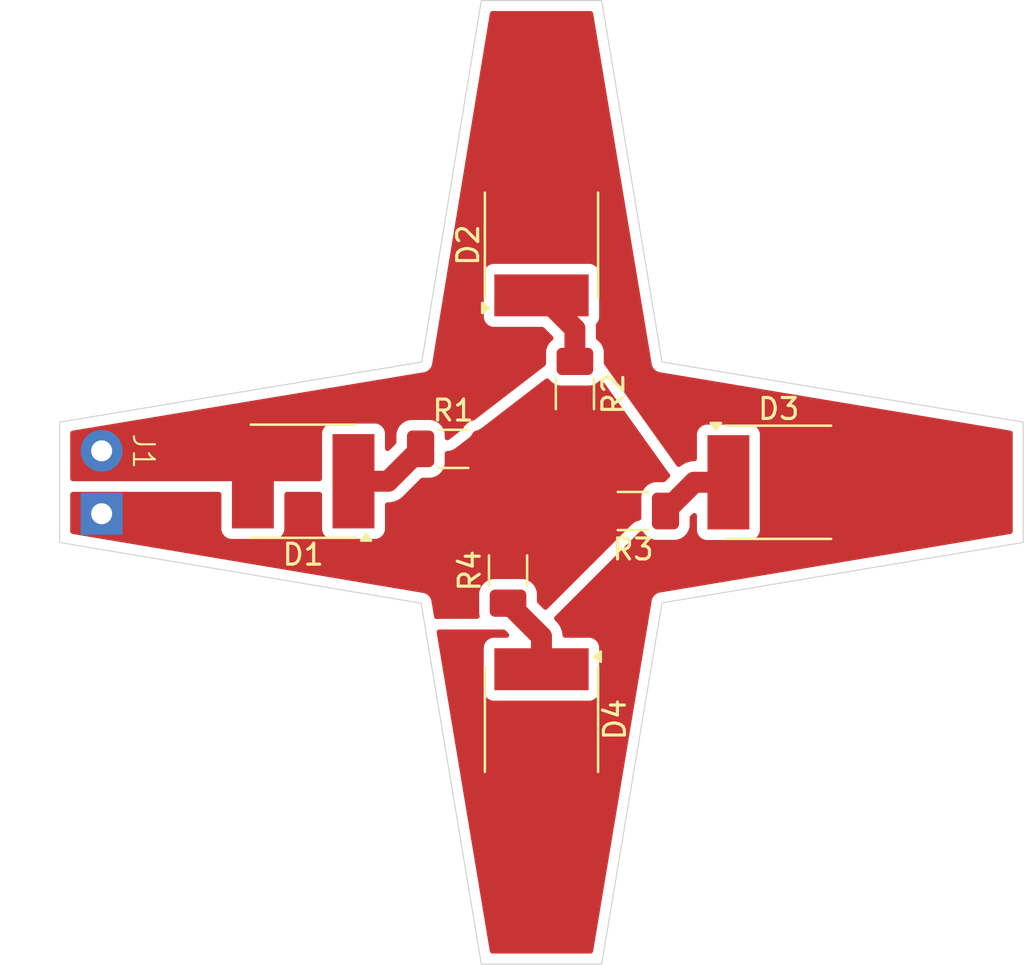
<source format=kicad_pcb>
(kicad_pcb (version 20241229) (generator "pcbnew") (generator_version "9.0")
  (layers (0 "F.Cu" signal) (2 "B.Cu" signal) (13 "F.Paste" user) (15 "B.Paste" user) (5 "F.SilkS" user "F.Silkscreen") (7 "B.SilkS" user "B.Silkscreen") (1 "F.Mask" user) (3 "B.Mask" user) (25 "Edge.Cuts" user))
  (net 0 "")
  (net 1 "+5V")
  (net 2 "Net-(D1-K)")
  (net 3 "Net-(D2-K)")
  (net 4 "Net-(D3-K)")
  (net 5 "Net-(D4-K)")
  (net 6 "GND")
  (footprint "CustomPadConnectors:Custom5050LED" (layer "F.Cu") (at 11.614 22.93 180)
    (property "Reference" "D1" (at 0 -3.5 0) (layer "F.SilkS"))
    (property "Value" "LED")
    (fp_line (start 2.5 2.7) (end -2.5 2.7) (stroke (width 0.12)) (layer "F.SilkS"))
    (fp_line (start -2.5 -2.7) (end 2.5 -2.7) (stroke (width 0.12)) (layer "F.SilkS"))
    (fp_poly (pts (xy -3 -2.5) (xy -3.24 -2.83) (xy -2.76 -2.83) (xy -3 -2.5)) (stroke (width 0.12)) (fill yes) (layer "F.SilkS"))
    (pad "1" smd rect (at -2.4 0 270) (size 4.5 2) (layers "F.Cu" "F.Mask" "F.Paste") (net 2 "Net-(D1-K)"))
    (pad "2" smd rect (at 2.4 0 270) (size 4.5 2) (layers "F.Cu" "F.Mask" "F.Paste") (net 1 "+5V"))
  )
  (footprint "CustomPadConnectors:CustomIOConnector" (layer "F.Cu") (at 2 22.979 -90)
    (property "Reference" "J1" (at -1.479 -2 270) (layer "F.SilkS") (effects (font (thickness 0.1))))
    (property "Value" "InputPower")
    (pad "1" thru_hole circle (at -1.5 0 270) (size 2 2) (drill 1) (layers "*.Cu" "*.Mask") (net 1 "+5V"))
    (pad "2" thru_hole rect (at 1.5 0 270) (size 2 2) (drill 1) (layers "*.Cu" "*.Mask") (net 6 "GND"))
  )
  (footprint "CustomPadConnectors:Custom5050LED" (layer "F.Cu") (at 22.98 34.296 -90)
    (property "Reference" "D4" (at 0 -3.5 90) (layer "F.SilkS"))
    (property "Value" "LED")
    (fp_line (start 2.5 2.7) (end -2.5 2.7) (stroke (width 0.12)) (layer "F.SilkS"))
    (fp_line (start -2.5 -2.7) (end 2.5 -2.7) (stroke (width 0.12)) (layer "F.SilkS"))
    (fp_poly (pts (xy -3 -2.5) (xy -3.24 -2.83) (xy -2.76 -2.83) (xy -3 -2.5)) (stroke (width 0.12)) (fill yes) (layer "F.SilkS"))
    (pad "1" smd rect (at -2.4 0) (size 4.5 2) (layers "F.Cu" "F.Mask" "F.Paste") (net 5 "Net-(D4-K)"))
    (pad "2" smd rect (at 2.4 0) (size 4.5 2) (layers "F.Cu" "F.Mask" "F.Paste") (net 1 "+5V"))
  )
  (footprint "Resistor_SMD:R_1206_3216Metric_Pad1.30x1.75mm_HandSolder" (layer "F.Cu") (at 18.764 21.385)
    (property "Reference" "R1" (at 0 -1.83 0) (layer "F.SilkS"))
    (property "Value" "100R")
    (fp_line (start -0.727064 -0.91) (end 0.727064 -0.91) (stroke (width 0.12)) (layer "F.SilkS"))
    (fp_line (start -0.727064 0.91) (end 0.727064 0.91) (stroke (width 0.12)) (layer "F.SilkS"))
    (pad "1" smd roundrect (at -1.55 0) (size 1.3 1.75) (layers "F.Cu" "F.Mask" "F.Paste") (roundrect_rratio 0.192308) (net 2 "Net-(D1-K)"))
    (pad "2" smd roundrect (at 1.55 0) (size 1.3 1.75) (layers "F.Cu" "F.Mask" "F.Paste") (roundrect_rratio 0.192308) (net 6 "GND"))
  )
  (footprint "Resistor_SMD:R_1206_3216Metric_Pad1.30x1.75mm_HandSolder" (layer "F.Cu") (at 21.385 27.196 90)
    (property "Reference" "R4" (at 0 -1.83 90) (layer "F.SilkS"))
    (property "Value" "100R")
    (fp_line (start -0.727064 -0.91) (end 0.727064 -0.91) (stroke (width 0.12)) (layer "F.SilkS"))
    (fp_line (start -0.727064 0.91) (end 0.727064 0.91) (stroke (width 0.12)) (layer "F.SilkS"))
    (pad "1" smd roundrect (at -1.55 0 90) (size 1.3 1.75) (layers "F.Cu" "F.Mask" "F.Paste") (roundrect_rratio 0.192308) (net 5 "Net-(D4-K)"))
    (pad "2" smd roundrect (at 1.55 0 90) (size 1.3 1.75) (layers "F.Cu" "F.Mask" "F.Paste") (roundrect_rratio 0.192308) (net 6 "GND"))
  )
  (footprint "Resistor_SMD:R_1206_3216Metric_Pad1.30x1.75mm_HandSolder" (layer "F.Cu") (at 27.346 24.35 180)
    (property "Reference" "R3" (at 0 -1.83 0) (layer "F.SilkS"))
    (property "Value" "100R")
    (fp_line (start -0.727064 0.91) (end 0.727064 0.91) (stroke (width 0.12)) (layer "F.SilkS"))
    (fp_line (start -0.727064 -0.91) (end 0.727064 -0.91) (stroke (width 0.12)) (layer "F.SilkS"))
    (pad "1" smd roundrect (at -1.55 0 180) (size 1.3 1.75) (layers "F.Cu" "F.Mask" "F.Paste") (roundrect_rratio 0.192308) (net 4 "Net-(D3-K)"))
    (pad "2" smd roundrect (at 1.55 0 180) (size 1.3 1.75) (layers "F.Cu" "F.Mask" "F.Paste") (roundrect_rratio 0.192308) (net 6 "GND"))
  )
  (footprint "CustomPadConnectors:Custom5050LED" (layer "F.Cu") (at 34.296 22.98)
    (property "Reference" "D3" (at 0 -3.5 0) (layer "F.SilkS"))
    (property "Value" "LED")
    (fp_line (start -2.5 -2.7) (end 2.5 -2.7) (stroke (width 0.12)) (layer "F.SilkS"))
    (fp_line (start 2.5 2.7) (end -2.5 2.7) (stroke (width 0.12)) (layer "F.SilkS"))
    (fp_poly (pts (xy -3 -2.5) (xy -3.24 -2.83) (xy -2.76 -2.83) (xy -3 -2.5)) (stroke (width 0.12)) (fill yes) (layer "F.SilkS"))
    (pad "1" smd rect (at -2.4 0 90) (size 4.5 2) (layers "F.Cu" "F.Mask" "F.Paste") (net 4 "Net-(D3-K)"))
    (pad "2" smd rect (at 2.4 0 90) (size 4.5 2) (layers "F.Cu" "F.Mask" "F.Paste") (net 1 "+5V"))
  )
  (footprint "CustomPadConnectors:Custom5050LED" (layer "F.Cu") (at 22.98 11.664 90)
    (property "Reference" "D2" (at 0 -3.5 90) (layer "F.SilkS"))
    (property "Value" "LED")
    (fp_line (start -2.5 -2.7) (end 2.5 -2.7) (stroke (width 0.12)) (layer "F.SilkS"))
    (fp_line (start 2.5 2.7) (end -2.5 2.7) (stroke (width 0.12)) (layer "F.SilkS"))
    (fp_poly (pts (xy -3 -2.5) (xy -3.24 -2.83) (xy -2.76 -2.83) (xy -3 -2.5)) (stroke (width 0.12)) (fill yes) (layer "F.SilkS"))
    (pad "1" smd rect (at -2.4 0 180) (size 4.5 2) (layers "F.Cu" "F.Mask" "F.Paste") (net 3 "Net-(D2-K)"))
    (pad "2" smd rect (at 2.4 0 180) (size 4.5 2) (layers "F.Cu" "F.Mask" "F.Paste") (net 1 "+5V"))
  )
  (footprint "Resistor_SMD:R_1206_3216Metric_Pad1.30x1.75mm_HandSolder" (layer "F.Cu") (at 24.575 18.764 -90)
    (property "Reference" "R2" (at 0 -1.83 90) (layer "F.SilkS"))
    (property "Value" "100R")
    (fp_line (start -0.727064 0.91) (end 0.727064 0.91) (stroke (width 0.12)) (layer "F.SilkS"))
    (fp_line (start -0.727064 -0.91) (end 0.727064 -0.91) (stroke (width 0.12)) (layer "F.SilkS"))
    (pad "1" smd roundrect (at -1.55 0 270) (size 1.3 1.75) (layers "F.Cu" "F.Mask" "F.Paste") (roundrect_rratio 0.192308) (net 3 "Net-(D2-K)"))
    (pad "2" smd roundrect (at 1.55 0 270) (size 1.3 1.75) (layers "F.Cu" "F.Mask" "F.Paste") (roundrect_rratio 0.192308) (net 6 "GND"))
  )
  (gr_poly (pts (xy 0 20.11) (xy 17.27 17.24) (xy 20.11 0) (xy 25.85 0) (xy 28.73 17.24) (xy 45.96 20.11) (xy 45.96 25.85) (xy 28.73 28.73) (xy 25.85 45.96) (xy 20.11 45.96) (xy 17.24 28.75) (xy 0 25.85)) (stroke (width 0.05)) (fill no) (layer "Edge.Cuts"))
  (segment (start 14.014 22.93) (end 15.669 22.93) (width 1) (layer "F.Cu") (net 2))
  (segment (start 15.669 22.93) (end 17.214 21.385) (width 1) (layer "F.Cu") (net 2))
  (segment (start 24.575 15.659) (end 22.98 14.064) (width 1) (layer "F.Cu") (net 3))
  (segment (start 24.575 17.214) (end 24.575 15.659) (width 1) (layer "F.Cu") (net 3))
  (segment (start 31.896 22.98) (end 30.266 22.98) (width 1) (layer "F.Cu") (net 4))
  (segment (start 30.266 22.98) (end 28.896 24.35) (width 1) (layer "F.Cu") (net 4))
  (segment (start 22.98 30.341) (end 21.385 28.746) (width 1) (layer "F.Cu") (net 5))
  (segment (start 22.98 31.896) (end 22.98 30.341) (width 1) (layer "F.Cu") (net 5))
  (zone (net 6) (net_name "GND") (layer "F.Cu") (connect_pads yes (clearance 0.5)) (min_thickness 0.25) (fill yes (thermal_gap 0.5) (thermal_bridge_width 0.5))
    (polygon (pts (xy 0 22.93) (xy 16 22.93) (xy 25 16) (xy 30 23) (xy 23 30) (xy 0 30)))
  )
  (zone (net 1) (net_name "+5V") (layer "F.Cu") (priority 1) (connect_pads yes (clearance 0.5)) (min_thickness 0.25) (fill yes (thermal_gap 0.5) (thermal_bridge_width 0.5))
    (polygon (pts (xy 0 22.93) (xy 0 0) (xy 46 0) (xy 46 46) (xy 0 46) (xy 0 30) (xy 23 30) (xy 30 23) (xy 25 16) (xy 16 22.93)))
  )
)
</source>
